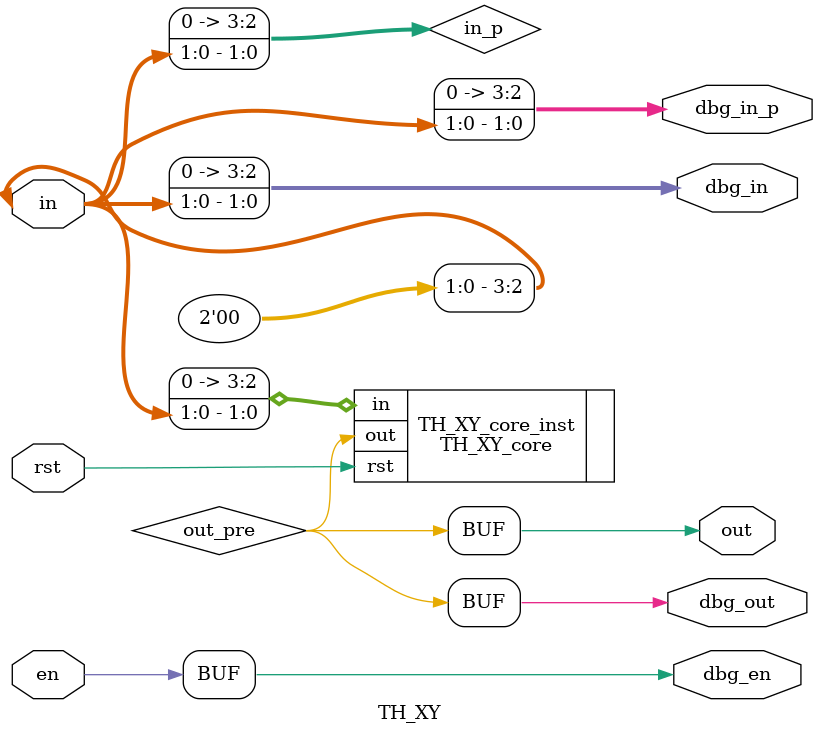
<source format=sv>
`timescale 1ns / 1ps

module TH_XY#(
  parameter                       ENC = "FP",
  parameter                       CFG = "2_0_2",
  parameter                       INIT = 0,
  localparam                      IN_NUM = 4
)
(
//---------CTRL-----------------------
  input                           rst,
//------------------------------------
  input                            en,
  input  [IN_NUM-1 : 0]            in,            
//---------OUT------------------------
  output                          out,
//------------------------------------
  output                          dbg_en,
  output  [IN_NUM-1 : 0]          dbg_in,
  output                          dbg_out,
  output  [IN_NUM-1 : 0]          dbg_in_p
);

localparam IN_NUM_ACTUAL = CFG[39:32] - 48;

logic [IN_NUM-1:0] in_p;
logic out_pre;
assign #43 out = out_pre;

generate

  if(IN_NUM > IN_NUM_ACTUAL)
  begin
    assign in_p[IN_NUM-1:IN_NUM_ACTUAL] = 0;
  end

  if (ENC == "TP")
  begin

    genvar idx;
    for (idx = 0; idx < IN_NUM_ACTUAL; idx = idx + 1) 
    begin
      P #
      (
        .INIT(INIT)
      )
      p
      (
        .rst(rst),
        
        .en(en),
        .fb(out),
        .in(in[idx]),
        
        .out(in_p[idx])
      );
    end
  end
  else if (ENC == "FP")
  begin
    assign in_p = in;
  end
endgenerate

TH_XY_core #
(
  .ENC  (ENC),
  .CFG  (CFG)
)
TH_XY_core_inst
(
  .rst  (rst),
  .in   (in_p),
  .out  (out_pre)
);

assign dbg_en = en;
assign dbg_in = in;
assign dbg_out = out;
assign dbg_in_p = in_p;
endmodule
</source>
